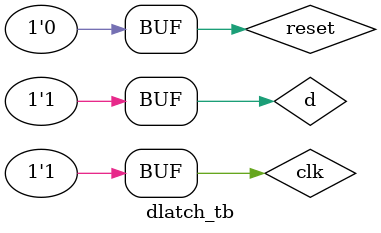
<source format=sv>
module dlatch_tb();
logic d;
logic clk;
logic reset;
logic q;
dlatch d10(.d(d),.clk(clk),.reset(reset),.q(q));
initial begin
reset <=0;
d<=0;
clk<=0;
#10 reset<=1;
d<=0;
clk<=0;

#10
reset<=0;
d<=1;
clk<=1;
end
endmodule
</source>
